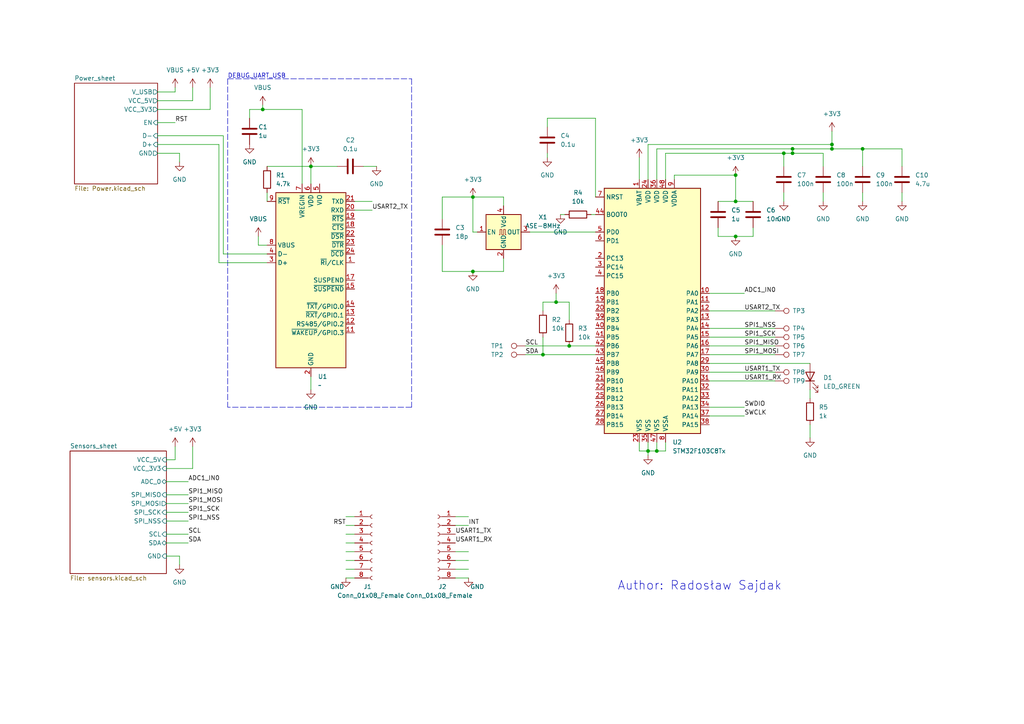
<source format=kicad_sch>
(kicad_sch (version 20211123) (generator eeschema)
  (paper "A4")
  (lib_symbols
    (symbol "Connector:Conn_01x08_Female" (pin_names (offset 1.016) hide)
      (property "Reference" "J" (at 0 10.16 0))
      (property "Value" "Conn_01x08_Female" (at 0 -12.7 0))
      (symbol "Conn_01x08_Female_1_1"
        (arc (start 0 -9.652) (mid -0.508 -10.16) (end 0 -10.668) (stroke (width 0.1524)))
        (arc (start 0 -7.112) (mid -0.508 -7.62) (end 0 -8.128) (stroke (width 0.1524)))
        (arc (start 0 -4.572) (mid -0.508 -5.08) (end 0 -5.588) (stroke (width 0.1524)))
        (arc (start 0 -2.032) (mid -0.508 -2.54) (end 0 -3.048) (stroke (width 0.1524)))
        (polyline (pts (xy -1.27 -10.16) (xy -0.508 -10.16)) (stroke (width 0.1524)))
        (polyline (pts (xy -1.27 -7.62) (xy -0.508 -7.62)) (stroke (width 0.1524)))
        (polyline (pts (xy -1.27 -5.08) (xy -0.508 -5.08)) (stroke (width 0.1524)))
        (polyline (pts (xy -1.27 -2.54) (xy -0.508 -2.54)) (stroke (width 0.1524)))
        (polyline (pts (xy -1.27 0) (xy -0.508 0)) (stroke (width 0.1524)))
        (polyline (pts (xy -1.27 2.54) (xy -0.508 2.54)) (stroke (width 0.1524)))
        (polyline (pts (xy -1.27 5.08) (xy -0.508 5.08)) (stroke (width 0.1524)))
        (polyline (pts (xy -1.27 7.62) (xy -0.508 7.62)) (stroke (width 0.1524)))
        (arc (start 0 0.508) (mid -0.508 0) (end 0 -0.508) (stroke (width 0.1524)))
        (arc (start 0 3.048) (mid -0.508 2.54) (end 0 2.032) (stroke (width 0.1524)))
        (arc (start 0 5.588) (mid -0.508 5.08) (end 0 4.572) (stroke (width 0.1524)))
        (arc (start 0 8.128) (mid -0.508 7.62) (end 0 7.112) (stroke (width 0.1524)))
        (pin passive line (at -5.08 7.62 0) (length 3.81) (name "Pin_1") (number "1"))
        (pin passive line (at -5.08 5.08 0) (length 3.81) (name "Pin_2") (number "2"))
        (pin passive line (at -5.08 2.54 0) (length 3.81) (name "Pin_3") (number "3"))
        (pin passive line (at -5.08 0 0) (length 3.81) (name "Pin_4") (number "4"))
        (pin passive line (at -5.08 -2.54 0) (length 3.81) (name "Pin_5") (number "5"))
        (pin passive line (at -5.08 -5.08 0) (length 3.81) (name "Pin_6") (number "6"))
        (pin passive line (at -5.08 -7.62 0) (length 3.81) (name "Pin_7") (number "7"))
        (pin passive line (at -5.08 -10.16 0) (length 3.81) (name "Pin_8") (number "8"))
      )
    )
    (symbol "Connector:TestPoint" (pin_numbers hide) (pin_names (offset 0.762) hide)
      (property "Reference" "TP" (at 0 6.858 0))
      (property "Value" "TestPoint" (at 0 5.08 0))
      (symbol "TestPoint_0_1"
        (circle (center 0 3.302) (radius 0.762))
      )
      (symbol "TestPoint_1_1"
        (pin passive line (at 0 0 90) (length 2.54) (name "1") (number "1"))
      )
    )
    (symbol "Device:C" (pin_numbers hide) (pin_names (offset 0.254))
      (property "Reference" "C" (at 0.635 2.54 0))
      (property "Value" "C" (at 0.635 -2.54 0))
      (symbol "C_0_1"
        (polyline (pts (xy -2.032 -0.762) (xy 2.032 -0.762)) (stroke (width 0.508)))
        (polyline (pts (xy -2.032 0.762) (xy 2.032 0.762)) (stroke (width 0.508)))
      )
      (symbol "C_1_1"
        (pin passive line (at 0 3.81 270) (length 2.794) (name "~") (number "1"))
        (pin passive line (at 0 -3.81 90) (length 2.794) (name "~") (number "2"))
      )
    )
    (symbol "Device:LED" (pin_numbers hide) (pin_names (offset 1.016) hide)
      (property "Reference" "D" (at 0 2.54 0))
      (property "Value" "LED" (at 0 -2.54 0))
      (symbol "LED_0_1"
        (polyline (pts (xy -1.27 -1.27) (xy -1.27 1.27)) (stroke (width 0.254)))
        (polyline (pts (xy -1.27 0) (xy 1.27 0)))
        (polyline (pts (xy 1.27 -1.27) (xy 1.27 1.27) (xy -1.27 0) (xy 1.27 -1.27)) (stroke (width 0.254)))
        (polyline (pts (xy -3.048 -0.762) (xy -4.572 -2.286) (xy -3.81 -2.286) (xy -4.572 -2.286) (xy -4.572 -1.524)))
        (polyline (pts (xy -1.778 -0.762) (xy -3.302 -2.286) (xy -2.54 -2.286) (xy -3.302 -2.286) (xy -3.302 -1.524)))
      )
      (symbol "LED_1_1"
        (pin passive line (at -3.81 0 0) (length 2.54) (name "K") (number "1"))
        (pin passive line (at 3.81 0 180) (length 2.54) (name "A") (number "2"))
      )
    )
    (symbol "Device:R" (pin_numbers hide) (pin_names (offset 0))
      (property "Reference" "R" (at 2.032 0 90))
      (property "Value" "R" (at 0 0 90))
      (symbol "R_0_1"
        (rectangle (start -1.016 -2.54) (end 1.016 2.54) (stroke (width 0.254)))
      )
      (symbol "R_1_1"
        (pin passive line (at 0 3.81 270) (length 1.27) (name "~") (number "1"))
        (pin passive line (at 0 -3.81 90) (length 1.27) (name "~") (number "2"))
      )
    )
    (symbol "Interface_USB:CP2102N-Axx-xQFN24"
      (property "Reference" "U" (at -8.89 26.67 0))
      (property "Value" "CP2102N-Axx-xQFN24" (at 13.97 26.67 0))
      (symbol "CP2102N-Axx-xQFN24_0_1"
        (rectangle (start -10.16 25.4) (end 10.16 -25.4) (stroke (width 0.254)) (fill (type background)))
      )
      (symbol "CP2102N-Axx-xQFN24_1_1"
        (pin bidirectional line (at 12.7 5.08 180) (length 2.54) (name "~{RI}/CLK") (number "1"))
        (pin no_connect line (at -10.16 -22.86 0) (length 2.54) hide (name "NC") (number "10"))
        (pin bidirectional line (at 12.7 -15.24 180) (length 2.54) (name "~{WAKEUP}/GPIO.3") (number "11"))
        (pin bidirectional line (at 12.7 -12.7 180) (length 2.54) (name "RS485/GPIO.2") (number "12"))
        (pin bidirectional line (at 12.7 -10.16 180) (length 2.54) (name "~{RXT}/GPIO.1") (number "13"))
        (pin bidirectional line (at 12.7 -7.62 180) (length 2.54) (name "~{TXT}/GPIO.0") (number "14"))
        (pin output line (at 12.7 -2.54 180) (length 2.54) (name "~{SUSPEND}") (number "15"))
        (pin no_connect line (at 10.16 -22.86 180) (length 2.54) hide (name "NC") (number "16"))
        (pin output line (at 12.7 0 180) (length 2.54) (name "SUSPEND") (number "17"))
        (pin input line (at 12.7 15.24 180) (length 2.54) (name "~{CTS}") (number "18"))
        (pin output line (at 12.7 17.78 180) (length 2.54) (name "~{RTS}") (number "19"))
        (pin power_in line (at 0 -27.94 90) (length 2.54) (name "GND") (number "2"))
        (pin input line (at 12.7 20.32 180) (length 2.54) (name "RXD") (number "20"))
        (pin output line (at 12.7 22.86 180) (length 2.54) (name "TXD") (number "21"))
        (pin input line (at 12.7 12.7 180) (length 2.54) (name "~{DSR}") (number "22"))
        (pin output line (at 12.7 10.16 180) (length 2.54) (name "~{DTR}") (number "23"))
        (pin input line (at 12.7 7.62 180) (length 2.54) (name "~{DCD}") (number "24"))
        (pin passive line (at 0 -27.94 90) (length 2.54) hide (name "GND") (number "25"))
        (pin bidirectional line (at -12.7 5.08 0) (length 2.54) (name "D+") (number "3"))
        (pin bidirectional line (at -12.7 7.62 0) (length 2.54) (name "D-") (number "4"))
        (pin power_in line (at 2.54 27.94 270) (length 2.54) (name "VIO") (number "5"))
        (pin power_in line (at 0 27.94 270) (length 2.54) (name "VDD") (number "6"))
        (pin power_in line (at -2.54 27.94 270) (length 2.54) (name "VREGIN") (number "7"))
        (pin input line (at -12.7 10.16 0) (length 2.54) (name "VBUS") (number "8"))
        (pin input line (at -12.7 22.86 0) (length 2.54) (name "~{RST}") (number "9"))
      )
    )
    (symbol "MCU_ST_STM32F1:STM32F103C8Tx"
      (property "Reference" "U" (at -15.24 36.83 0))
      (property "Value" "STM32F103C8Tx" (at 7.62 36.83 0))
      (symbol "STM32F103C8Tx_0_1"
        (rectangle (start -15.24 -35.56) (end 12.7 35.56) (stroke (width 0.254)) (fill (type background)))
      )
      (symbol "STM32F103C8Tx_1_1"
        (pin power_in line (at -5.08 38.1 270) (length 2.54) (name "VBAT") (number "1"))
        (pin bidirectional line (at 15.24 5.08 180) (length 2.54) (name "PA0") (number "10"))
        (pin bidirectional line (at 15.24 2.54 180) (length 2.54) (name "PA1") (number "11"))
        (pin bidirectional line (at 15.24 0 180) (length 2.54) (name "PA2") (number "12"))
        (pin bidirectional line (at 15.24 -2.54 180) (length 2.54) (name "PA3") (number "13"))
        (pin bidirectional line (at 15.24 -5.08 180) (length 2.54) (name "PA4") (number "14"))
        (pin bidirectional line (at 15.24 -7.62 180) (length 2.54) (name "PA5") (number "15"))
        (pin bidirectional line (at 15.24 -10.16 180) (length 2.54) (name "PA6") (number "16"))
        (pin bidirectional line (at 15.24 -12.7 180) (length 2.54) (name "PA7") (number "17"))
        (pin bidirectional line (at -17.78 5.08 0) (length 2.54) (name "PB0") (number "18"))
        (pin bidirectional line (at -17.78 2.54 0) (length 2.54) (name "PB1") (number "19"))
        (pin bidirectional line (at -17.78 15.24 0) (length 2.54) (name "PC13") (number "2"))
        (pin bidirectional line (at -17.78 0 0) (length 2.54) (name "PB2") (number "20"))
        (pin bidirectional line (at -17.78 -20.32 0) (length 2.54) (name "PB10") (number "21"))
        (pin bidirectional line (at -17.78 -22.86 0) (length 2.54) (name "PB11") (number "22"))
        (pin power_in line (at -5.08 -38.1 90) (length 2.54) (name "VSS") (number "23"))
        (pin power_in line (at -2.54 38.1 270) (length 2.54) (name "VDD") (number "24"))
        (pin bidirectional line (at -17.78 -25.4 0) (length 2.54) (name "PB12") (number "25"))
        (pin bidirectional line (at -17.78 -27.94 0) (length 2.54) (name "PB13") (number "26"))
        (pin bidirectional line (at -17.78 -30.48 0) (length 2.54) (name "PB14") (number "27"))
        (pin bidirectional line (at -17.78 -33.02 0) (length 2.54) (name "PB15") (number "28"))
        (pin bidirectional line (at 15.24 -15.24 180) (length 2.54) (name "PA8") (number "29"))
        (pin bidirectional line (at -17.78 12.7 0) (length 2.54) (name "PC14") (number "3"))
        (pin bidirectional line (at 15.24 -17.78 180) (length 2.54) (name "PA9") (number "30"))
        (pin bidirectional line (at 15.24 -20.32 180) (length 2.54) (name "PA10") (number "31"))
        (pin bidirectional line (at 15.24 -22.86 180) (length 2.54) (name "PA11") (number "32"))
        (pin bidirectional line (at 15.24 -25.4 180) (length 2.54) (name "PA12") (number "33"))
        (pin bidirectional line (at 15.24 -27.94 180) (length 2.54) (name "PA13") (number "34"))
        (pin power_in line (at -2.54 -38.1 90) (length 2.54) (name "VSS") (number "35"))
        (pin power_in line (at 0 38.1 270) (length 2.54) (name "VDD") (number "36"))
        (pin bidirectional line (at 15.24 -30.48 180) (length 2.54) (name "PA14") (number "37"))
        (pin bidirectional line (at 15.24 -33.02 180) (length 2.54) (name "PA15") (number "38"))
        (pin bidirectional line (at -17.78 -2.54 0) (length 2.54) (name "PB3") (number "39"))
        (pin bidirectional line (at -17.78 10.16 0) (length 2.54) (name "PC15") (number "4"))
        (pin bidirectional line (at -17.78 -5.08 0) (length 2.54) (name "PB4") (number "40"))
        (pin bidirectional line (at -17.78 -7.62 0) (length 2.54) (name "PB5") (number "41"))
        (pin bidirectional line (at -17.78 -10.16 0) (length 2.54) (name "PB6") (number "42"))
        (pin bidirectional line (at -17.78 -12.7 0) (length 2.54) (name "PB7") (number "43"))
        (pin input line (at -17.78 27.94 0) (length 2.54) (name "BOOT0") (number "44"))
        (pin bidirectional line (at -17.78 -15.24 0) (length 2.54) (name "PB8") (number "45"))
        (pin bidirectional line (at -17.78 -17.78 0) (length 2.54) (name "PB9") (number "46"))
        (pin power_in line (at 0 -38.1 90) (length 2.54) (name "VSS") (number "47"))
        (pin power_in line (at 2.54 38.1 270) (length 2.54) (name "VDD") (number "48"))
        (pin input line (at -17.78 22.86 0) (length 2.54) (name "PD0") (number "5"))
        (pin input line (at -17.78 20.32 0) (length 2.54) (name "PD1") (number "6"))
        (pin input line (at -17.78 33.02 0) (length 2.54) (name "NRST") (number "7"))
        (pin power_in line (at 2.54 -38.1 90) (length 2.54) (name "VSSA") (number "8"))
        (pin power_in line (at 5.08 38.1 270) (length 2.54) (name "VDDA") (number "9"))
      )
    )
    (symbol "Oscillator:ASE-xxxMHz" (pin_names (offset 0.254))
      (property "Reference" "X" (at -5.08 6.35 0))
      (property "Value" "ASE-xxxMHz" (at 1.27 -6.35 0))
      (symbol "ASE-xxxMHz_0_1"
        (rectangle (start -5.08 5.08) (end 5.08 -5.08) (stroke (width 0.254)) (fill (type background)))
        (polyline (pts (xy -1.27 -0.762) (xy -1.016 -0.762) (xy -1.016 0.762) (xy -0.508 0.762) (xy -0.508 -0.762) (xy 0 -0.762) (xy 0 0.762) (xy 0.508 0.762) (xy 0.508 -0.762) (xy 0.762 -0.762)))
      )
      (symbol "ASE-xxxMHz_1_1"
        (pin input line (at -7.62 0 0) (length 2.54) (name "EN") (number "1"))
        (pin power_in line (at 0 -7.62 90) (length 2.54) (name "GND") (number "2"))
        (pin output line (at 7.62 0 180) (length 2.54) (name "OUT") (number "3"))
        (pin power_in line (at 0 7.62 270) (length 2.54) (name "Vdd") (number "4"))
      )
    )
    (symbol "power:+3V3" (power) (pin_names (offset 0))
      (property "Value" "+3V3" (at 0 3.556 0))
      (symbol "+3V3_0_1"
        (polyline (pts (xy -0.762 1.27) (xy 0 2.54)))
        (polyline (pts (xy 0 0) (xy 0 2.54)))
        (polyline (pts (xy 0 2.54) (xy 0.762 1.27)))
      )
      (symbol "+3V3_1_1"
        (pin power_in line (at 0 0 90) (length 0) hide (name "+3V3") (number "1"))
      )
    )
    (symbol "power:+5V" (power) (pin_names (offset 0))
      (property "Value" "+5V" (at 0 3.556 0))
      (symbol "+5V_0_1"
        (polyline (pts (xy -0.762 1.27) (xy 0 2.54)))
        (polyline (pts (xy 0 0) (xy 0 2.54)))
        (polyline (pts (xy 0 2.54) (xy 0.762 1.27)))
      )
      (symbol "+5V_1_1"
        (pin power_in line (at 0 0 90) (length 0) hide (name "+5V") (number "1"))
      )
    )
    (symbol "power:GND" (power) (pin_names (offset 0))
      (property "Value" "GND" (at 0 -3.81 0))
      (symbol "GND_0_1"
        (polyline (pts (xy 0 0) (xy 0 -1.27) (xy 1.27 -1.27) (xy 0 -2.54) (xy -1.27 -1.27) (xy 0 -1.27)))
      )
      (symbol "GND_1_1"
        (pin power_in line (at 0 0 270) (length 0) hide (name "GND") (number "1"))
      )
    )
    (symbol "power:VBUS" (power) (pin_names (offset 0))
      (property "Value" "VBUS" (at 0 3.81 0))
      (symbol "VBUS_0_1"
        (polyline (pts (xy -0.762 1.27) (xy 0 2.54)))
        (polyline (pts (xy 0 0) (xy 0 2.54)))
        (polyline (pts (xy 0 2.54) (xy 0.762 1.27)))
      )
      (symbol "VBUS_1_1"
        (pin power_in line (at 0 0 90) (length 0) hide (name "VBUS") (number "1"))
      )
    )
  )
  (junction (at 76.2 31.75))
  (junction (at 157.48 102.87))
  (junction (at 137.16 78.74))
  (junction (at 213.36 50.8))
  (junction (at 137.16 57.15))
  (junction (at 227.33 44.45))
  (junction (at 190.5 130.81))
  (junction (at 229.87 43.18))
  (junction (at 241.3 41.91))
  (junction (at 213.36 58.42))
  (junction (at 229.87 44.45))
  (junction (at 165.1 100.33))
  (junction (at 250.19 43.18))
  (junction (at 213.36 68.58))
  (junction (at 241.3 43.18))
  (junction (at 187.96 130.81))
  (junction (at 90.17 48.26))
  (junction (at 161.29 87.63))
  (wire (pts (xy 100.33 165.1) (xy 102.87 165.1)))
  (wire (pts (xy 193.04 44.45) (xy 193.04 52.07)))
  (wire (pts (xy 165.1 87.63) (xy 161.29 87.63)))
  (wire (pts (xy 205.74 110.49) (xy 224.79 110.49)))
  (wire (pts (xy 45.72 41.91) (xy 63.5 41.91)))
  (wire (pts (xy 250.19 43.18) (xy 241.3 43.18)))
  (wire (pts (xy 162.56 62.23) (xy 163.83 62.23)))
  (wire (pts (xy 132.08 149.86) (xy 135.89 149.86)))
  (wire (pts (xy 146.05 74.93) (xy 146.05 78.74)))
  (wire (pts (xy 171.45 62.23) (xy 172.72 62.23)))
  (wire (pts (xy 165.1 100.33) (xy 172.72 100.33)))
  (wire (pts (xy 213.36 68.58) (xy 218.44 68.58)))
  (wire (pts (xy 241.3 43.18) (xy 241.3 41.91)))
  (wire (pts (xy 128.27 71.12) (xy 128.27 78.74)))
  (wire (pts (xy 55.88 135.89) (xy 48.26 135.89)))
  (wire (pts (xy 64.77 73.66) (xy 77.47 73.66)))
  (wire (pts (xy 157.48 87.63) (xy 157.48 90.17)))
  (wire (pts (xy 227.33 55.88) (xy 227.33 58.42)))
  (wire (pts (xy 261.62 43.18) (xy 250.19 43.18)))
  (wire (pts (xy 138.43 67.31) (xy 137.16 67.31)))
  (wire (pts (xy 205.74 85.09) (xy 215.9 85.09)))
  (wire (pts (xy 77.47 48.26) (xy 90.17 48.26)))
  (wire (pts (xy 208.28 66.04) (xy 208.28 68.58)))
  (wire (pts (xy 187.96 128.27) (xy 187.96 130.81)))
  (wire (pts (xy 128.27 57.15) (xy 137.16 57.15)))
  (wire (pts (xy 100.33 162.56) (xy 102.87 162.56)))
  (wire (pts (xy 100.33 152.4) (xy 102.87 152.4)))
  (wire (pts (xy 45.72 44.45) (xy 52.07 44.45)))
  (wire (pts (xy 60.96 25.4) (xy 60.96 31.75)))
  (wire (pts (xy 97.79 48.26) (xy 90.17 48.26)))
  (wire (pts (xy 241.3 41.91) (xy 187.96 41.91)))
  (polyline (pts (xy 119.38 118.11) (xy 66.04 118.11)))
  (wire (pts (xy 227.33 48.26) (xy 227.33 44.45)))
  (polyline (pts (xy 66.04 22.86) (xy 119.38 22.86)))
  (wire (pts (xy 105.41 48.26) (xy 109.22 48.26)))
  (wire (pts (xy 48.26 148.59) (xy 54.61 148.59)))
  (wire (pts (xy 234.95 113.03) (xy 234.95 115.57)))
  (wire (pts (xy 238.76 44.45) (xy 229.87 44.45)))
  (wire (pts (xy 161.29 87.63) (xy 157.48 87.63)))
  (wire (pts (xy 193.04 44.45) (xy 227.33 44.45)))
  (wire (pts (xy 241.3 38.1) (xy 241.3 41.91)))
  (polyline (pts (xy 66.04 22.86) (xy 66.04 118.11)))
  (wire (pts (xy 152.4 100.33) (xy 165.1 100.33)))
  (wire (pts (xy 132.08 152.4) (xy 135.89 152.4)))
  (wire (pts (xy 205.74 90.17) (xy 224.79 90.17)))
  (wire (pts (xy 137.16 57.15) (xy 137.16 67.31)))
  (wire (pts (xy 187.96 130.81) (xy 190.5 130.81)))
  (wire (pts (xy 205.74 100.33) (xy 224.79 100.33)))
  (wire (pts (xy 205.74 120.65) (xy 215.9 120.65)))
  (wire (pts (xy 157.48 102.87) (xy 172.72 102.87)))
  (wire (pts (xy 60.96 31.75) (xy 45.72 31.75)))
  (wire (pts (xy 102.87 60.96) (xy 107.95 60.96)))
  (wire (pts (xy 63.5 76.2) (xy 77.47 76.2)))
  (wire (pts (xy 90.17 48.26) (xy 90.17 53.34)))
  (wire (pts (xy 137.16 78.74) (xy 128.27 78.74)))
  (wire (pts (xy 52.07 46.99) (xy 52.07 44.45)))
  (wire (pts (xy 187.96 132.08) (xy 187.96 130.81)))
  (wire (pts (xy 229.87 43.18) (xy 241.3 43.18)))
  (wire (pts (xy 238.76 55.88) (xy 238.76 58.42)))
  (wire (pts (xy 45.72 35.56) (xy 50.8 35.56)))
  (wire (pts (xy 48.26 161.29) (xy 52.07 161.29)))
  (wire (pts (xy 157.48 97.79) (xy 157.48 102.87)))
  (wire (pts (xy 50.8 25.4) (xy 50.8 26.67)))
  (wire (pts (xy 50.8 129.54) (xy 50.8 133.35)))
  (wire (pts (xy 205.74 95.25) (xy 224.79 95.25)))
  (wire (pts (xy 90.17 109.22) (xy 90.17 113.03)))
  (wire (pts (xy 74.93 68.58) (xy 74.93 71.12)))
  (wire (pts (xy 227.33 44.45) (xy 229.87 44.45)))
  (wire (pts (xy 76.2 30.48) (xy 76.2 31.75)))
  (wire (pts (xy 100.33 160.02) (xy 102.87 160.02)))
  (wire (pts (xy 205.74 97.79) (xy 224.79 97.79)))
  (wire (pts (xy 132.08 165.1) (xy 135.89 165.1)))
  (wire (pts (xy 77.47 71.12) (xy 74.93 71.12)))
  (wire (pts (xy 185.42 128.27) (xy 185.42 130.81)))
  (wire (pts (xy 48.26 154.94) (xy 54.61 154.94)))
  (wire (pts (xy 261.62 48.26) (xy 261.62 43.18)))
  (wire (pts (xy 48.26 139.7) (xy 54.61 139.7)))
  (wire (pts (xy 146.05 57.15) (xy 146.05 59.69)))
  (wire (pts (xy 63.5 41.91) (xy 63.5 76.2)))
  (wire (pts (xy 87.63 31.75) (xy 87.63 53.34)))
  (wire (pts (xy 190.5 130.81) (xy 193.04 130.81)))
  (wire (pts (xy 100.33 149.86) (xy 102.87 149.86)))
  (wire (pts (xy 52.07 161.29) (xy 52.07 163.83)))
  (wire (pts (xy 100.33 154.94) (xy 102.87 154.94)))
  (wire (pts (xy 128.27 63.5) (xy 128.27 57.15)))
  (wire (pts (xy 146.05 78.74) (xy 137.16 78.74)))
  (wire (pts (xy 250.19 55.88) (xy 250.19 58.42)))
  (wire (pts (xy 208.28 58.42) (xy 213.36 58.42)))
  (wire (pts (xy 152.4 102.87) (xy 157.48 102.87)))
  (wire (pts (xy 48.26 151.13) (xy 54.61 151.13)))
  (wire (pts (xy 193.04 128.27) (xy 193.04 130.81)))
  (wire (pts (xy 50.8 133.35) (xy 48.26 133.35)))
  (wire (pts (xy 190.5 128.27) (xy 190.5 130.81)))
  (wire (pts (xy 50.8 26.67) (xy 45.72 26.67)))
  (wire (pts (xy 158.75 44.45) (xy 158.75 45.72)))
  (wire (pts (xy 213.36 50.8) (xy 213.36 58.42)))
  (wire (pts (xy 190.5 43.18) (xy 229.87 43.18)))
  (wire (pts (xy 165.1 92.71) (xy 165.1 87.63)))
  (wire (pts (xy 205.74 118.11) (xy 215.9 118.11)))
  (wire (pts (xy 77.47 55.88) (xy 77.47 58.42)))
  (wire (pts (xy 55.88 129.54) (xy 55.88 135.89)))
  (wire (pts (xy 187.96 41.91) (xy 187.96 52.07)))
  (wire (pts (xy 137.16 57.15) (xy 146.05 57.15)))
  (wire (pts (xy 250.19 48.26) (xy 250.19 43.18)))
  (wire (pts (xy 205.74 107.95) (xy 224.79 107.95)))
  (wire (pts (xy 213.36 58.42) (xy 218.44 58.42)))
  (wire (pts (xy 45.72 29.21) (xy 55.88 29.21)))
  (wire (pts (xy 100.33 167.64) (xy 102.87 167.64)))
  (wire (pts (xy 48.26 146.05) (xy 54.61 146.05)))
  (wire (pts (xy 172.72 34.29) (xy 158.75 34.29)))
  (wire (pts (xy 64.77 39.37) (xy 64.77 73.66)))
  (polyline (pts (xy 119.38 22.86) (xy 119.38 118.11)))
  (wire (pts (xy 45.72 39.37) (xy 64.77 39.37)))
  (wire (pts (xy 132.08 167.64) (xy 135.89 167.64)))
  (wire (pts (xy 100.33 157.48) (xy 102.87 157.48)))
  (wire (pts (xy 213.36 50.8) (xy 195.58 50.8)))
  (wire (pts (xy 218.44 68.58) (xy 218.44 66.04)))
  (wire (pts (xy 48.26 143.51) (xy 54.61 143.51)))
  (wire (pts (xy 208.28 68.58) (xy 213.36 68.58)))
  (wire (pts (xy 238.76 44.45) (xy 238.76 48.26)))
  (wire (pts (xy 87.63 31.75) (xy 76.2 31.75)))
  (wire (pts (xy 205.74 102.87) (xy 224.79 102.87)))
  (wire (pts (xy 132.08 160.02) (xy 135.89 160.02)))
  (wire (pts (xy 261.62 55.88) (xy 261.62 58.42)))
  (wire (pts (xy 234.95 123.19) (xy 234.95 127)))
  (wire (pts (xy 158.75 34.29) (xy 158.75 36.83)))
  (wire (pts (xy 195.58 50.8) (xy 195.58 52.07)))
  (wire (pts (xy 102.87 58.42) (xy 107.95 58.42)))
  (wire (pts (xy 190.5 52.07) (xy 190.5 43.18)))
  (wire (pts (xy 55.88 25.4) (xy 55.88 29.21)))
  (wire (pts (xy 185.42 130.81) (xy 187.96 130.81)))
  (wire (pts (xy 72.39 31.75) (xy 72.39 34.29)))
  (wire (pts (xy 172.72 57.15) (xy 172.72 34.29)))
  (wire (pts (xy 48.26 157.48) (xy 54.61 157.48)))
  (wire (pts (xy 132.08 162.56) (xy 135.89 162.56)))
  (wire (pts (xy 229.87 43.18) (xy 229.87 44.45)))
  (wire (pts (xy 185.42 45.72) (xy 185.42 52.07)))
  (wire (pts (xy 161.29 85.09) (xy 161.29 87.63)))
  (wire (pts (xy 72.39 31.75) (xy 76.2 31.75)))
  (wire (pts (xy 153.67 67.31) (xy 172.72 67.31)))
  (wire (pts (xy 205.74 105.41) (xy 234.95 105.41)))
  (text "DEBUG_UART_USB" (at 66.04 22.86 0) (effects (font (size 1.27 1.27)) (justify left bottom)))
  (text "Author: Radosław Sajdak" (at 179.07 171.45 0) (effects (font (size 2.54 2.54)) (justify left bottom)))
  (label "ADC1_IN0" (at 215.9 85.09 0))
  (label "RST" (at 50.8 35.56 0))
  (label "SPI1_MOSI" (at 215.9 102.87 0))
  (label "SPI1_MOSI" (at 54.61 146.05 0))
  (label "SPI1_MISO" (at 215.9 100.33 0))
  (label "SPI1_MISO" (at 54.61 143.51 0))
  (label "USART1_TX" (at 132.08 154.94 0))
  (label "SPI1_SCK" (at 54.61 148.59 0))
  (label "SPI1_SCK" (at 215.9 97.79 0))
  (label "SPI1_NSS" (at 54.61 151.13 0))
  (label "SCL" (at 152.4 100.33 0))
  (label "USART2_TX" (at 107.95 60.96 0))
  (label "INT" (at 135.89 152.4 0))
  (label "ADC1_IN0" (at 54.61 139.7 0))
  (label "USART1_TX" (at 215.9 107.95 0))
  (label "SPI1_NSS" (at 215.9 95.25 0))
  (label "USART1_RX" (at 132.08 157.48 0))
  (label "USART2_TX" (at 215.9 90.17 0))
  (label "SCL" (at 54.61 154.94 0))
  (label "SDA" (at 152.4 102.87 0))
  (label "USART1_RX" (at 215.9 110.49 0))
  (label "RST" (at 100.33 152.4 180))
  (label "SWCLK" (at 215.9 120.65 0))
  (label "SDA" (at 54.61 157.48 0))
  (label "SWDIO" (at 215.9 118.11 0))
  (symbol (lib_id "power:GND") (at 187.96 132.08 0) (unit 1)
    (property "Reference" "#PWR022" (effects hide))
    (property "Value" "GND" (at 187.96 137.16 0))
  )
  (symbol (lib_id "Connector:TestPoint") (at 224.79 107.95 270) (unit 1)
    (property "Reference" "TP8" (at 229.87 107.95 90) (effects (justify left)))
    (property "Value" "TestPoint" (effects hide))
    (property "Footprint" "TestPoint:TestPoint_Pad_D1.0mm" (effects hide))
  )
  (symbol (lib_id "Device:C") (at 158.75 40.64 0) (unit 1)
    (property "Reference" "C4" (at 162.56 39.3699 0) (effects (justify left)))
    (property "Value" "0.1u" (at 162.56 41.9099 0) (effects (justify left)))
    (property "Footprint" "Capacitor_SMD:C_0805_2012Metric" (effects hide))
  )
  (symbol (lib_id "power:+3V3") (at 90.17 48.26 0) (unit 1)
    (property "Reference" "#PWR011" (effects hide))
    (property "Value" "+3V3" (at 90.17 43.18 0))
  )
  (symbol (lib_id "power:GND") (at 135.89 167.64 0) (unit 1)
    (property "Reference" "#PWR015" (effects hide))
    (property "Value" "GND" (at 138.43 170.18 0))
  )
  (symbol (lib_id "Device:R") (at 165.1 96.52 0) (unit 1)
    (property "Reference" "R3" (at 167.64 95.2499 0) (effects (justify left)))
    (property "Value" "10k" (at 167.64 97.7899 0) (effects (justify left)))
    (property "Footprint" "Resistor_SMD:R_0805_2012Metric" (effects hide))
  )
  (symbol (lib_id "Connector:TestPoint") (at 224.79 95.25 270) (unit 1)
    (property "Reference" "TP4" (at 229.87 95.25 90) (effects (justify left)))
    (property "Value" "TestPoint" (effects hide))
    (property "Footprint" "TestPoint:TestPoint_Pad_D1.0mm" (effects hide))
  )
  (symbol (lib_id "Device:C") (at 128.27 67.31 0) (unit 1)
    (property "Reference" "C3" (at 132.08 66.0399 0) (effects (justify left)))
    (property "Value" "18p" (at 132.08 68.5799 0) (effects (justify left)))
    (property "Footprint" "Capacitor_SMD:C_0805_2012Metric" (effects hide))
  )
  (symbol (lib_id "Device:C") (at 101.6 48.26 270) (unit 1)
    (property "Reference" "C2" (at 101.6 40.64 90))
    (property "Value" "0.1u" (at 101.6 43.18 90))
    (property "Footprint" "Capacitor_SMD:C_0402_1005Metric" (effects hide))
  )
  (symbol (lib_id "Connector:TestPoint") (at 224.79 100.33 270) (unit 1)
    (property "Reference" "TP6" (at 229.87 100.33 90) (effects (justify left)))
    (property "Value" "TestPoint" (effects hide))
    (property "Footprint" "TestPoint:TestPoint_Pad_D1.0mm" (effects hide))
  )
  (symbol (lib_id "Device:C") (at 218.44 62.23 0) (unit 1)
    (property "Reference" "C6" (at 222.25 60.9599 0) (effects (justify left)))
    (property "Value" "10n" (at 222.25 63.4999 0) (effects (justify left)))
    (property "Footprint" "Capacitor_SMD:C_0805_2012Metric" (effects hide))
  )
  (symbol (lib_id "Device:C") (at 208.28 62.23 0) (unit 1)
    (property "Reference" "C5" (at 212.09 60.9599 0) (effects (justify left)))
    (property "Value" "1u" (at 212.09 63.4999 0) (effects (justify left)))
    (property "Footprint" "Capacitor_SMD:C_0805_2012Metric" (effects hide))
  )
  (symbol (lib_id "Interface_USB:CP2102N-Axx-xQFN24") (at 90.17 81.28 0) (unit 1)
    (property "Reference" "U1" (at 92.1894 109.22 0) (effects (justify left)))
    (property "Value" "~" (at 92.1894 111.76 0) (effects (justify left)))
    (property "Footprint" "Package_DFN_QFN:QFN-24-1EP_4x4mm_P0.5mm_EP2.6x2.6mm" (effects hide))
    (property "Datasheet" "https://www.silabs.com/documents/public/data-sheets/cp2102n-datasheet.pdf" (effects hide))
  )
  (symbol (lib_id "power:+3V3") (at 161.29 85.09 0) (unit 1)
    (property "Reference" "#PWR019" (effects hide))
    (property "Value" "+3V3" (at 161.29 80.01 0))
  )
  (symbol (lib_id "power:+3V3") (at 213.36 50.8 0) (unit 1)
    (property "Reference" "#PWR023" (effects hide))
    (property "Value" "+3V3" (at 213.36 45.72 0))
  )
  (symbol (lib_id "power:+5V") (at 50.8 129.54 0) (unit 1)
    (property "Reference" "#PWR02" (effects hide))
    (property "Value" "+5V" (at 50.8 124.46 0))
  )
  (symbol (lib_id "Connector:TestPoint") (at 224.79 90.17 270) (unit 1)
    (property "Reference" "TP3" (at 229.87 90.17 90) (effects (justify left)))
    (property "Value" "TestPoint" (effects hide))
    (property "Footprint" "TestPoint:TestPoint_Pad_D1.0mm" (effects hide))
  )
  (symbol (lib_id "Connector:TestPoint") (at 224.79 102.87 270) (unit 1)
    (property "Reference" "TP7" (at 229.87 102.87 90) (effects (justify left)))
    (property "Value" "TestPoint" (effects hide))
    (property "Footprint" "TestPoint:TestPoint_Pad_D1.0mm" (effects hide))
  )
  (symbol (lib_id "Device:C") (at 238.76 52.07 0) (unit 1)
    (property "Reference" "C8" (at 242.57 50.7999 0) (effects (justify left)))
    (property "Value" "100n" (at 242.57 53.3399 0) (effects (justify left)))
    (property "Footprint" "Capacitor_SMD:C_0805_2012Metric" (effects hide))
  )
  (symbol (lib_id "Connector:Conn_01x08_Female") (at 127 157.48 0) (mirror y) (unit 1)
    (property "Reference" "J2" (at 129.54 170.18 0) (effects (justify left)))
    (property "Value" "Conn_01x08_Female" (at 137.16 172.72 0) (effects (justify left)))
    (property "Footprint" "Connector_PinSocket_2.54mm:PinSocket_1x08_P2.54mm_Vertical" (effects hide))
  )
  (symbol (lib_id "Device:R") (at 167.64 62.23 270) (unit 1)
    (property "Reference" "R4" (at 167.64 55.88 90))
    (property "Value" "10k" (at 167.64 58.42 90))
    (property "Footprint" "Resistor_SMD:R_0805_2012Metric" (effects hide))
  )
  (symbol (lib_id "power:+3V3") (at 185.42 45.72 0) (unit 1)
    (property "Reference" "#PWR021" (effects hide))
    (property "Value" "+3V3" (at 185.42 40.64 0))
  )
  (symbol (lib_id "power:GND") (at 162.56 62.23 0) (unit 1)
    (property "Reference" "#PWR020" (effects hide))
    (property "Value" "GND" (at 162.56 67.31 0))
  )
  (symbol (lib_id "power:GND") (at 261.62 58.42 0) (unit 1)
    (property "Reference" "#PWR030" (effects hide))
    (property "Value" "GND" (at 261.62 63.5 0))
  )
  (symbol (lib_id "power:VBUS") (at 50.8 25.4 0) (unit 1)
    (property "Reference" "#PWR01" (effects hide))
    (property "Value" "VBUS" (at 50.8 20.32 0))
  )
  (symbol (lib_id "power:GND") (at 52.07 163.83 0) (unit 1)
    (property "Reference" "#PWR04" (effects hide))
    (property "Value" "GND" (at 52.07 168.91 0))
  )
  (symbol (lib_id "power:GND") (at 238.76 58.42 0) (unit 1)
    (property "Reference" "#PWR027" (effects hide))
    (property "Value" "GND" (at 238.76 63.5 0))
  )
  (symbol (lib_id "Device:LED") (at 234.95 109.22 90) (unit 1)
    (property "Reference" "D1" (at 238.76 109.5374 90) (effects (justify right)))
    (property "Value" "LED_GREEN" (at 238.76 112.0774 90) (effects (justify right)))
    (property "Footprint" "LED_SMD:LED_0805_2012Metric" (effects hide))
  )
  (symbol (lib_id "power:GND") (at 100.33 167.64 0) (unit 1)
    (property "Reference" "#PWR013" (effects hide))
    (property "Value" "GND" (at 97.79 170.18 0))
  )
  (symbol (lib_id "power:GND") (at 137.16 78.74 0) (unit 1)
    (property "Reference" "#PWR017" (effects hide))
    (property "Value" "GND" (at 137.16 83.82 0))
  )
  (symbol (lib_id "power:GND") (at 227.33 58.42 0) (unit 1)
    (property "Reference" "#PWR025" (effects hide))
    (property "Value" "GND" (at 227.33 63.5 0))
  )
  (symbol (lib_id "Device:C") (at 250.19 52.07 0) (unit 1)
    (property "Reference" "C9" (at 254 50.7999 0) (effects (justify left)))
    (property "Value" "100n" (at 254 53.3399 0) (effects (justify left)))
    (property "Footprint" "Capacitor_SMD:C_0805_2012Metric" (effects hide))
  )
  (symbol (lib_id "Connector:TestPoint") (at 152.4 100.33 90) (unit 1)
    (property "Reference" "TP1" (at 146.05 100.33 90) (effects (justify left)))
    (property "Value" "TestPoint" (effects hide))
    (property "Footprint" "TestPoint:TestPoint_Pad_D1.0mm" (effects hide))
  )
  (symbol (lib_id "Oscillator:ASE-xxxMHz") (at 146.05 67.31 0) (unit 1)
    (property "Reference" "X1" (at 157.48 62.9793 0))
    (property "Value" "ASE-8MHz" (at 157.48 65.5193 0))
    (property "Footprint" "Oscillator:Oscillator_SMD_Abracon_ASE-4Pin_3.2x2.5mm" (effects hide))
    (property "Datasheet" "http://www.abracon.com/Oscillators/ASV.pdf" (effects hide))
  )
  (symbol (lib_id "Connector:TestPoint") (at 224.79 110.49 270) (unit 1)
    (property "Reference" "TP9" (at 229.87 110.49 90) (effects (justify left)))
    (property "Value" "TestPoint" (effects hide))
    (property "Footprint" "TestPoint:TestPoint_Pad_D1.0mm" (effects hide))
  )
  (symbol (lib_id "Connector:Conn_01x08_Female") (at 107.95 157.48 0) (unit 1)
    (property "Reference" "J1" (at 105.41 170.18 0) (effects (justify left)))
    (property "Value" "Conn_01x08_Female" (at 97.79 172.72 0) (effects (justify left)))
    (property "Footprint" "Connector_PinSocket_2.54mm:PinSocket_1x08_P2.54mm_Vertical" (effects hide))
  )
  (symbol (lib_id "power:GND") (at 52.07 46.99 0) (unit 1)
    (property "Reference" "#PWR03" (effects hide))
    (property "Value" "GND" (at 52.07 52.07 0))
  )
  (symbol (lib_id "power:GND") (at 234.95 127 0) (unit 1)
    (property "Reference" "#PWR026" (effects hide))
    (property "Value" "GND" (at 234.95 132.08 0))
  )
  (symbol (lib_id "power:GND") (at 90.17 113.03 0) (unit 1)
    (property "Reference" "#PWR012" (effects hide))
    (property "Value" "GND" (at 90.17 118.11 0))
  )
  (symbol (lib_id "Device:R") (at 77.47 52.07 0) (unit 1)
    (property "Reference" "R1" (at 80.01 50.7999 0) (effects (justify left)))
    (property "Value" "4.7k" (at 80.01 53.3399 0) (effects (justify left)))
    (property "Footprint" "Resistor_SMD:R_0805_2012Metric" (effects hide))
  )
  (symbol (lib_id "power:GND") (at 109.22 48.26 0) (unit 1)
    (property "Reference" "#PWR014" (effects hide))
    (property "Value" "GND" (at 109.22 53.34 0))
  )
  (symbol (lib_id "power:VBUS") (at 76.2 30.48 0) (unit 1)
    (property "Reference" "#PWR010" (effects hide))
    (property "Value" "VBUS" (at 76.2 25.4 0))
  )
  (symbol (lib_id "power:GND") (at 72.39 41.91 0) (unit 1)
    (property "Reference" "#PWR08" (effects hide))
    (property "Value" "GND" (at 72.39 46.99 0))
  )
  (symbol (lib_id "Connector:TestPoint") (at 152.4 102.87 90) (unit 1)
    (property "Reference" "TP2" (at 146.05 102.87 90) (effects (justify left)))
    (property "Value" "TestPoint" (effects hide))
    (property "Footprint" "TestPoint:TestPoint_Pad_D1.0mm" (effects hide))
  )
  (symbol (lib_id "power:+3V3") (at 137.16 57.15 0) (unit 1)
    (property "Reference" "#PWR016" (effects hide))
    (property "Value" "+3V3" (at 137.16 52.07 0))
  )
  (symbol (lib_id "MCU_ST_STM32F1:STM32F103C8Tx") (at 190.5 90.17 0) (unit 1)
    (property "Reference" "U2" (at 195.0594 128.27 0) (effects (justify left)))
    (property "Value" "STM32F103C8Tx" (at 195.0594 130.81 0) (effects (justify left)))
    (property "Footprint" "Package_QFP:LQFP-48_7x7mm_P0.5mm" (effects hide))
    (property "Datasheet" "http://www.st.com/st-web-ui/static/active/en/resource/technical/document/datasheet/CD00161566.pdf" (effects hide))
  )
  (symbol (lib_id "Connector:TestPoint") (at 224.79 97.79 270) (unit 1)
    (property "Reference" "TP5" (at 229.87 97.79 90) (effects (justify left)))
    (property "Value" "TestPoint" (effects hide))
    (property "Footprint" "TestPoint:TestPoint_Pad_D1.0mm" (effects hide))
  )
  (symbol (lib_id "Device:C") (at 261.62 52.07 0) (unit 1)
    (property "Reference" "C10" (at 265.43 50.7999 0) (effects (justify left)))
    (property "Value" "4.7u" (at 265.43 53.3399 0) (effects (justify left)))
    (property "Footprint" "Capacitor_SMD:C_0805_2012Metric" (effects hide))
  )
  (symbol (lib_id "power:GND") (at 213.36 68.58 0) (unit 1)
    (property "Reference" "#PWR024" (effects hide))
    (property "Value" "GND" (at 213.36 73.66 0))
  )
  (symbol (lib_id "power:GND") (at 250.19 58.42 0) (unit 1)
    (property "Reference" "#PWR029" (effects hide))
    (property "Value" "GND" (at 250.19 63.5 0))
  )
  (symbol (lib_id "power:VBUS") (at 74.93 68.58 0) (unit 1)
    (property "Reference" "#PWR09" (effects hide))
    (property "Value" "VBUS" (at 74.93 63.5 0))
  )
  (symbol (lib_id "Device:C") (at 72.39 38.1 0) (unit 1)
    (property "Reference" "C1" (at 74.93 36.83 0) (effects (justify left)))
    (property "Value" "1u" (at 74.93 39.37 0) (effects (justify left)))
    (property "Footprint" "Capacitor_SMD:C_0805_2012Metric" (effects hide))
  )
  (symbol (lib_id "power:+3V3") (at 60.96 25.4 0) (unit 1)
    (property "Reference" "#PWR07" (effects hide))
    (property "Value" "+3V3" (at 60.96 20.32 0))
  )
  (symbol (lib_id "power:+5V") (at 55.88 25.4 0) (unit 1)
    (property "Reference" "#PWR05" (effects hide))
    (property "Value" "+5V" (at 55.88 20.32 0))
  )
  (symbol (lib_id "power:+3V3") (at 55.88 129.54 0) (unit 1)
    (property "Reference" "#PWR06" (effects hide))
    (property "Value" "+3V3" (at 55.88 124.46 0))
  )
  (symbol (lib_id "Device:R") (at 157.48 93.98 0) (unit 1)
    (property "Reference" "R2" (at 160.02 92.7099 0) (effects (justify left)))
    (property "Value" "10k" (at 160.02 95.2499 0) (effects (justify left)))
    (property "Footprint" "Resistor_SMD:R_0805_2012Metric" (effects hide))
  )
  (symbol (lib_id "power:+3V3") (at 241.3 38.1 0) (unit 1)
    (property "Reference" "#PWR028" (effects hide))
    (property "Value" "+3V3" (at 241.3 33.02 0))
  )
  (symbol (lib_id "Device:R") (at 234.95 119.38 0) (unit 1)
    (property "Reference" "R5" (at 237.49 118.1099 0) (effects (justify left)))
    (property "Value" "1k" (at 237.49 120.6499 0) (effects (justify left)))
    (property "Footprint" "Resistor_SMD:R_0805_2012Metric" (effects hide))
  )
  (symbol (lib_id "Device:C") (at 227.33 52.07 0) (unit 1)
    (property "Reference" "C7" (at 231.14 50.7999 0) (effects (justify left)))
    (property "Value" "100n" (at 231.14 53.3399 0) (effects (justify left)))
    (property "Footprint" "Capacitor_SMD:C_0805_2012Metric" (effects hide))
  )
  (symbol (lib_id "power:GND") (at 158.75 45.72 0) (unit 1)
    (property "Reference" "#PWR018" (effects hide))
    (property "Value" "GND" (at 158.75 50.8 0))
  )
  (sheet (at 21.59 24.13) (size 24.13 29.21) (stroke (width 0.1524))
    (property "Sheet name" "Power_sheet" (at 21.59 23.4184 0) (effects (justify left bottom)))
    (property "Sheet file" "Power.kicad_sch" (at 21.59 53.9246 0) (effects (justify left top)))
    (pin "GND" output (at 45.72 44.45 0))
    (pin "VCC_5V" output (at 45.72 29.21 0))
    (pin "VCC_3V3" output (at 45.72 31.75 0))
    (pin "D-" input (at 45.72 39.37 0))
    (pin "D+" input (at 45.72 41.91 0))
    (pin "V_USB" output (at 45.72 26.67 0))
    (pin "EN" input (at 45.72 35.56 0))
  )
  (sheet (at 20.32 130.81) (size 27.94 35.56) (stroke (width 0.1524))
    (property "Sheet name" "Sensors_sheet" (at 20.32 130.0984 0) (effects (justify left bottom)))
    (property "Sheet file" "sensors.kicad_sch" (at 20.32 166.9546 0) (effects (justify left top)))
    (pin "GND" input (at 48.26 161.29 0))
    (pin "SDA" bidirectional (at 48.26 157.48 0))
    (pin "SCL" input (at 48.26 154.94 0))
    (pin "VCC_3V3" input (at 48.26 135.89 0))
    (pin "VCC_5V" input (at 48.26 133.35 0))
    (pin "SPI_NSS" input (at 48.26 151.13 0))
    (pin "SPI_SCK" input (at 48.26 148.59 0))
    (pin "SPI_MOSI" output (at 48.26 146.05 0))
    (pin "SPI_MISO" input (at 48.26 143.51 0))
    (pin "ADC_0" bidirectional (at 48.26 139.7 0))
  )
)
</source>
